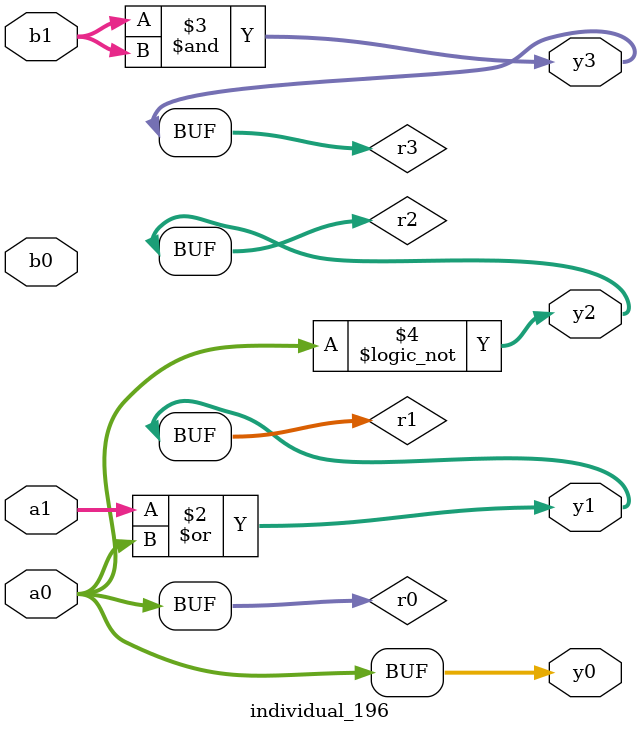
<source format=sv>
module individual_196(input logic [15:0] a1, input logic [15:0] a0, input logic [15:0] b1, input logic [15:0] b0, output logic [15:0] y3, output logic [15:0] y2, output logic [15:0] y1, output logic [15:0] y0);
logic [15:0] r0, r1, r2, r3; 
 always@(*) begin 
	 r0 = a0; r1 = a1; r2 = b0; r3 = b1; 
 	 r1  |=  r0 ;
 	 r3  &=  r3 ;
 	 r2 = ! a0 ;
 	 y3 = r3; y2 = r2; y1 = r1; y0 = r0; 
end
endmodule
</source>
